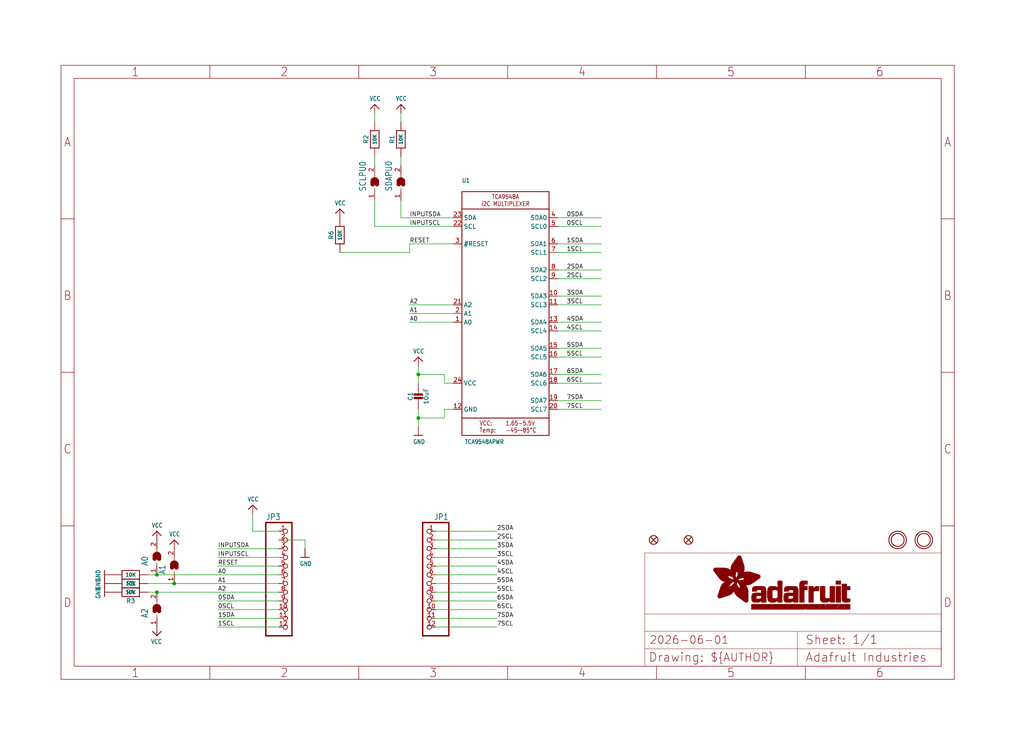
<source format=kicad_sch>
(kicad_sch (version 20230121) (generator eeschema)
  (paper "User" 298.45 217.322)
  (lib_symbols
    (symbol "working-eagle-import:CAP_CERAMIC0805-NOOUTLINE"
      (property "Reference" "C" (at -2.29 1.25 90))
      (symbol "CAP_CERAMIC0805-NOOUTLINE_1_0"
        (pin passive line (at 0 5.08 270) (length 2.54) (name "1") (number "1"))
        (pin passive line (at 0 -2.54 90) (length 2.54) (name "2") (number "2"))
      )
    )
    (symbol "working-eagle-import:FIDUCIAL{dblquote}{dblquote}")
    (symbol "working-eagle-import:FRAME_A4_ADAFRUIT"
      (symbol "FRAME_A4_ADAFRUIT_1_0"
        (text "${#}/${##}" (at 230.505 10.16 0) (effects (font (size 2.54 2.54)) (justify left bottom)))
        (text "${AUTHOR}" (at 189.23 5.08 0) (effects (font (size 2.286 2.286)) (justify left bottom)))
        (text "${CURRENT_DATE}" (at 171.45 10.16 0) (effects (font (size 2.286 2.286)) (justify left bottom)))
        (text "${PROJECTNAME}" (at 171.45 15.24 0) (effects (font (size 2.54 2.54)) (justify left bottom)))
        (text "1" (at 21.6958 1.905 0) (effects (font (size 2.54 2.286))))
        (text "1" (at 21.6958 177.165 0) (effects (font (size 2.54 2.286))))
        (text "2" (at 65.0875 1.905 0) (effects (font (size 2.54 2.286))))
        (text "2" (at 65.0875 177.165 0) (effects (font (size 2.54 2.286))))
        (text "3" (at 108.4792 1.905 0) (effects (font (size 2.54 2.286))))
        (text "3" (at 108.4792 177.165 0) (effects (font (size 2.54 2.286))))
        (text "4" (at 151.8708 1.905 0) (effects (font (size 2.54 2.286))))
        (text "4" (at 151.8708 177.165 0) (effects (font (size 2.54 2.286))))
        (text "5" (at 195.2625 1.905 0) (effects (font (size 2.54 2.286))))
        (text "5" (at 195.2625 177.165 0) (effects (font (size 2.54 2.286))))
        (text "6" (at 238.6542 1.905 0) (effects (font (size 2.54 2.286))))
        (text "6" (at 238.6542 177.165 0) (effects (font (size 2.54 2.286))))
        (text "A" (at 1.905 156.6863 0) (effects (font (size 2.54 2.286))))
        (text "A" (at 258.445 156.6863 0) (effects (font (size 2.54 2.286))))
        (text "Adafruit Industries" (at 216.916 4.953 0) (effects (font (size 2.54 2.54)) (justify left bottom)))
        (text "B" (at 1.905 111.9188 0) (effects (font (size 2.54 2.286))))
        (text "B" (at 258.445 111.9188 0) (effects (font (size 2.54 2.286))))
        (text "C" (at 1.905 67.1513 0) (effects (font (size 2.54 2.286))))
        (text "C" (at 258.445 67.1513 0) (effects (font (size 2.54 2.286))))
        (text "D" (at 1.905 22.3838 0) (effects (font (size 2.54 2.286))))
        (text "D" (at 258.445 22.3838 0) (effects (font (size 2.54 2.286))))
        (text "Drawing:" (at 171.196 4.953 0) (effects (font (size 2.54 2.54)) (justify left bottom)))
        (text "Sheet:" (at 216.916 10.033 0) (effects (font (size 2.54 2.54)) (justify left bottom)))
      )
    )
    (symbol "working-eagle-import:GND" (power)
      (property "Value" "GND" (at -1.524 -2.54 0))
      (symbol "GND_1_0"
        (pin power_in line (at 0 2.54 270) (length 2.54) (name "GND") (number "1"))
      )
    )
    (symbol "working-eagle-import:HEADER-1X12"
      (property "Reference" "JP" (at -6.35 18.415 0))
      (symbol "HEADER-1X12_1_0"
        (pin passive inverted (at -2.54 15.24 0) (length 2.54) (name "1") (number "1"))
        (pin passive inverted (at -2.54 -7.62 0) (length 2.54) (name "10") (number "10"))
        (pin passive inverted (at -2.54 -10.16 0) (length 2.54) (name "11") (number "11"))
        (pin passive inverted (at -2.54 -12.7 0) (length 2.54) (name "12") (number "12"))
        (pin passive inverted (at -2.54 12.7 0) (length 2.54) (name "2") (number "2"))
        (pin passive inverted (at -2.54 10.16 0) (length 2.54) (name "3") (number "3"))
        (pin passive inverted (at -2.54 7.62 0) (length 2.54) (name "4") (number "4"))
        (pin passive inverted (at -2.54 5.08 0) (length 2.54) (name "5") (number "5"))
        (pin passive inverted (at -2.54 2.54 0) (length 2.54) (name "6") (number "6"))
        (pin passive inverted (at -2.54 0 0) (length 2.54) (name "7") (number "7"))
        (pin passive inverted (at -2.54 -2.54 0) (length 2.54) (name "8") (number "8"))
        (pin passive inverted (at -2.54 -5.08 0) (length 2.54) (name "9") (number "9"))
      )
    )
    (symbol "working-eagle-import:MOUNTINGHOLE2.5")
    (symbol "working-eagle-import:RESISTOR0805_NOOUTLINE"
      (property "Reference" "R" (at 0 2.54 0))
      (symbol "RESISTOR0805_NOOUTLINE_1_0"
        (pin passive line (at -5.08 0 0) (length 2.54) (name "1") (number "1"))
        (pin passive line (at 5.08 0 180) (length 2.54) (name "2") (number "2"))
      )
    )
    (symbol "working-eagle-import:RESISTOR_0805MP"
      (property "Reference" "R" (at 0 2.54 0))
      (symbol "RESISTOR_0805MP_1_0"
        (pin passive line (at -5.08 0 0) (length 2.54) (name "1") (number "1"))
        (pin passive line (at 5.08 0 180) (length 2.54) (name "2") (number "2"))
      )
    )
    (symbol "working-eagle-import:SOLDERJUMPER"
      (property "Reference" "SJ" (at -2.54 2.54 0))
      (symbol "SOLDERJUMPER_1_0"
        (pin passive line (at -5.08 0 0) (length 2.54) (name "1") (number "1"))
        (pin passive line (at 5.08 0 180) (length 2.54) (name "2") (number "2"))
      )
    )
    (symbol "working-eagle-import:SOLDERJUMPERCLOSED"
      (property "Reference" "SJ" (at -2.54 2.54 0))
      (symbol "SOLDERJUMPERCLOSED_1_0"
        (pin passive line (at -5.08 0 0) (length 2.54) (name "1") (number "1"))
        (pin passive line (at 5.08 0 180) (length 2.54) (name "2") (number "2"))
      )
    )
    (symbol "working-eagle-import:TCA9548A"
      (property "Reference" "U" (at -12.7 38.1 0))
      (symbol "TCA9548A_1_0"
        (text "1.65-5.5V\n-45~~85°C" (at 0 -33.02 0) (effects (font (size 1.27 1.0795)) (justify left)))
        (text "TCA9548A\nI2C MULTIPLEXER" (at 0 33.02 0) (effects (font (size 1.27 1.0795))))
        (text "VCC:\nTemp:" (at -7.62 -33.02 0) (effects (font (size 1.27 1.0795)) (justify left)))
        (pin bidirectional line (at -15.24 -2.54 0) (length 2.54) (name "A0") (number "1"))
        (pin bidirectional line (at 15.24 5.08 180) (length 2.54) (name "SDA3") (number "10"))
        (pin bidirectional line (at 15.24 2.54 180) (length 2.54) (name "SCL3") (number "11"))
        (pin bidirectional line (at -15.24 -27.94 0) (length 2.54) (name "GND") (number "12"))
        (pin bidirectional line (at 15.24 -2.54 180) (length 2.54) (name "SDA4") (number "13"))
        (pin bidirectional line (at 15.24 -5.08 180) (length 2.54) (name "SCL4") (number "14"))
        (pin bidirectional line (at 15.24 -10.16 180) (length 2.54) (name "SDA5") (number "15"))
        (pin bidirectional line (at 15.24 -12.7 180) (length 2.54) (name "SCL5") (number "16"))
        (pin bidirectional line (at 15.24 -17.78 180) (length 2.54) (name "SDA6") (number "17"))
        (pin bidirectional line (at 15.24 -20.32 180) (length 2.54) (name "SCL6") (number "18"))
        (pin bidirectional line (at 15.24 -25.4 180) (length 2.54) (name "SDA7") (number "19"))
        (pin bidirectional line (at -15.24 0 0) (length 2.54) (name "A1") (number "2"))
        (pin bidirectional line (at 15.24 -27.94 180) (length 2.54) (name "SCL7") (number "20"))
        (pin bidirectional line (at -15.24 2.54 0) (length 2.54) (name "A2") (number "21"))
        (pin bidirectional line (at -15.24 25.4 0) (length 2.54) (name "SCL") (number "22"))
        (pin bidirectional line (at -15.24 27.94 0) (length 2.54) (name "SDA") (number "23"))
        (pin bidirectional line (at -15.24 -20.32 0) (length 2.54) (name "VCC") (number "24"))
        (pin bidirectional line (at -15.24 20.32 0) (length 2.54) (name "#RESET") (number "3"))
        (pin bidirectional line (at 15.24 27.94 180) (length 2.54) (name "SDA0") (number "4"))
        (pin bidirectional line (at 15.24 25.4 180) (length 2.54) (name "SCL0") (number "5"))
        (pin bidirectional line (at 15.24 20.32 180) (length 2.54) (name "SDA1") (number "6"))
        (pin bidirectional line (at 15.24 17.78 180) (length 2.54) (name "SCL1") (number "7"))
        (pin bidirectional line (at 15.24 12.7 180) (length 2.54) (name "SDA2") (number "8"))
        (pin bidirectional line (at 15.24 10.16 180) (length 2.54) (name "SCL2") (number "9"))
      )
    )
    (symbol "working-eagle-import:VCC" (power)
      (property "Value" "VCC" (at -1.524 1.016 0))
      (symbol "VCC_1_0"
        (pin power_in line (at 0 -2.54 90) (length 2.54) (name "VCC") (number "1"))
      )
    )
  )
  (junction (at 45.72 167.64))
  (junction (at 45.72 172.72))
  (junction (at 121.92 121.92))
  (junction (at 50.8 170.18))
  (junction (at 121.92 109.22))
  (wire (pts (xy 132.08 91.44) (xy 119.38 91.44)) (stroke (width 0.1524)))
  (wire (pts (xy 144.78 175.26) (xy 127 175.26)) (stroke (width 0.1524)))
  (wire (pts (xy 109.22 48.26) (xy 109.22 45.72)) (stroke (width 0.1524)))
  (wire (pts (xy 73.66 154.94) (xy 73.66 149.86)) (stroke (width 0.1524)))
  (wire (pts (xy 132.08 71.12) (xy 119.38 71.12)) (stroke (width 0.1524)))
  (wire (pts (xy 144.78 162.56) (xy 127 162.56)) (stroke (width 0.1524)))
  (wire (pts (xy 129.54 109.22) (xy 129.54 111.76)) (stroke (width 0.1524)))
  (wire (pts (xy 45.72 167.64) (xy 43.18 167.64)) (stroke (width 0.1524)))
  (wire (pts (xy 45.72 172.72) (xy 43.18 172.72)) (stroke (width 0.1524)))
  (wire (pts (xy 63.5 180.34) (xy 81.28 180.34)) (stroke (width 0.1524)))
  (wire (pts (xy 121.92 109.22) (xy 129.54 109.22)) (stroke (width 0.1524)))
  (wire (pts (xy 144.78 177.8) (xy 127 177.8)) (stroke (width 0.1524)))
  (wire (pts (xy 162.56 88.9) (xy 175.26 88.9)) (stroke (width 0.1524)))
  (wire (pts (xy 121.92 106.68) (xy 121.92 109.22)) (stroke (width 0.1524)))
  (wire (pts (xy 88.9 157.48) (xy 88.9 160.02)) (stroke (width 0.1524)))
  (wire (pts (xy 162.56 119.38) (xy 175.26 119.38)) (stroke (width 0.1524)))
  (wire (pts (xy 129.54 121.92) (xy 129.54 119.38)) (stroke (width 0.1524)))
  (wire (pts (xy 81.28 157.48) (xy 88.9 157.48)) (stroke (width 0.1524)))
  (wire (pts (xy 109.22 35.56) (xy 109.22 33.02)) (stroke (width 0.1524)))
  (wire (pts (xy 81.28 172.72) (xy 45.72 172.72)) (stroke (width 0.1524)))
  (wire (pts (xy 144.78 154.94) (xy 127 154.94)) (stroke (width 0.1524)))
  (wire (pts (xy 81.28 154.94) (xy 73.66 154.94)) (stroke (width 0.1524)))
  (wire (pts (xy 162.56 93.98) (xy 175.26 93.98)) (stroke (width 0.1524)))
  (wire (pts (xy 63.5 182.88) (xy 81.28 182.88)) (stroke (width 0.1524)))
  (wire (pts (xy 162.56 111.76) (xy 175.26 111.76)) (stroke (width 0.1524)))
  (wire (pts (xy 144.78 172.72) (xy 127 172.72)) (stroke (width 0.1524)))
  (wire (pts (xy 162.56 109.22) (xy 175.26 109.22)) (stroke (width 0.1524)))
  (wire (pts (xy 162.56 116.84) (xy 175.26 116.84)) (stroke (width 0.1524)))
  (wire (pts (xy 162.56 81.28) (xy 175.26 81.28)) (stroke (width 0.1524)))
  (wire (pts (xy 50.8 170.18) (xy 43.18 170.18)) (stroke (width 0.1524)))
  (wire (pts (xy 129.54 119.38) (xy 132.08 119.38)) (stroke (width 0.1524)))
  (wire (pts (xy 144.78 157.48) (xy 127 157.48)) (stroke (width 0.1524)))
  (wire (pts (xy 144.78 160.02) (xy 127 160.02)) (stroke (width 0.1524)))
  (wire (pts (xy 162.56 71.12) (xy 175.26 71.12)) (stroke (width 0.1524)))
  (wire (pts (xy 63.5 177.8) (xy 81.28 177.8)) (stroke (width 0.1524)))
  (wire (pts (xy 121.92 121.92) (xy 129.54 121.92)) (stroke (width 0.1524)))
  (wire (pts (xy 162.56 86.36) (xy 175.26 86.36)) (stroke (width 0.1524)))
  (wire (pts (xy 109.22 66.04) (xy 109.22 58.42)) (stroke (width 0.1524)))
  (wire (pts (xy 116.84 48.26) (xy 116.84 45.72)) (stroke (width 0.1524)))
  (wire (pts (xy 162.56 96.52) (xy 175.26 96.52)) (stroke (width 0.1524)))
  (wire (pts (xy 129.54 111.76) (xy 132.08 111.76)) (stroke (width 0.1524)))
  (wire (pts (xy 81.28 165.1) (xy 63.5 165.1)) (stroke (width 0.1524)))
  (wire (pts (xy 119.38 73.66) (xy 119.38 71.12)) (stroke (width 0.1524)))
  (wire (pts (xy 132.08 63.5) (xy 116.84 63.5)) (stroke (width 0.1524)))
  (wire (pts (xy 144.78 167.64) (xy 127 167.64)) (stroke (width 0.1524)))
  (wire (pts (xy 132.08 93.98) (xy 119.38 93.98)) (stroke (width 0.1524)))
  (wire (pts (xy 116.84 35.56) (xy 116.84 33.02)) (stroke (width 0.1524)))
  (wire (pts (xy 99.06 73.66) (xy 119.38 73.66)) (stroke (width 0.1524)))
  (wire (pts (xy 121.92 109.22) (xy 121.92 111.76)) (stroke (width 0.1524)))
  (wire (pts (xy 144.78 165.1) (xy 127 165.1)) (stroke (width 0.1524)))
  (wire (pts (xy 162.56 66.04) (xy 175.26 66.04)) (stroke (width 0.1524)))
  (wire (pts (xy 144.78 180.34) (xy 127 180.34)) (stroke (width 0.1524)))
  (wire (pts (xy 162.56 78.74) (xy 175.26 78.74)) (stroke (width 0.1524)))
  (wire (pts (xy 132.08 66.04) (xy 109.22 66.04)) (stroke (width 0.1524)))
  (wire (pts (xy 162.56 73.66) (xy 175.26 73.66)) (stroke (width 0.1524)))
  (wire (pts (xy 162.56 101.6) (xy 175.26 101.6)) (stroke (width 0.1524)))
  (wire (pts (xy 63.5 175.26) (xy 81.28 175.26)) (stroke (width 0.1524)))
  (wire (pts (xy 116.84 63.5) (xy 116.84 58.42)) (stroke (width 0.1524)))
  (wire (pts (xy 81.28 170.18) (xy 50.8 170.18)) (stroke (width 0.1524)))
  (wire (pts (xy 144.78 182.88) (xy 127 182.88)) (stroke (width 0.1524)))
  (wire (pts (xy 162.56 104.14) (xy 175.26 104.14)) (stroke (width 0.1524)))
  (wire (pts (xy 81.28 160.02) (xy 63.5 160.02)) (stroke (width 0.1524)))
  (wire (pts (xy 144.78 170.18) (xy 127 170.18)) (stroke (width 0.1524)))
  (wire (pts (xy 81.28 162.56) (xy 63.5 162.56)) (stroke (width 0.1524)))
  (wire (pts (xy 81.28 167.64) (xy 45.72 167.64)) (stroke (width 0.1524)))
  (wire (pts (xy 162.56 63.5) (xy 175.26 63.5)) (stroke (width 0.1524)))
  (wire (pts (xy 121.92 124.46) (xy 121.92 121.92)) (stroke (width 0.1524)))
  (wire (pts (xy 121.92 121.92) (xy 121.92 119.38)) (stroke (width 0.1524)))
  (wire (pts (xy 132.08 88.9) (xy 119.38 88.9)) (stroke (width 0.1524)))
  (label "3SCL" (at 144.78 162.56 0) (effects (font (size 1.2446 1.2446))))
  (label "7SCL" (at 165.1 119.38 0) (effects (font (size 1.2446 1.2446))))
  (label "0SDA" (at 63.5 175.26 0) (effects (font (size 1.2446 1.2446))))
  (label "4SCL" (at 144.78 167.64 0) (effects (font (size 1.2446 1.2446))))
  (label "INPUTSDA" (at 63.5 160.02 0) (effects (font (size 1.2446 1.2446))))
  (label "INPUTSDA" (at 119.38 63.5 0) (effects (font (size 1.2446 1.2446))))
  (label "6SDA" (at 165.1 109.22 0) (effects (font (size 1.2446 1.2446))))
  (label "3SDA" (at 144.78 160.02 0) (effects (font (size 1.2446 1.2446))))
  (label "1SCL" (at 165.1 73.66 0) (effects (font (size 1.2446 1.2446))))
  (label "2SCL" (at 165.1 81.28 0) (effects (font (size 1.2446 1.2446))))
  (label "0SCL" (at 63.5 177.8 0) (effects (font (size 1.2446 1.2446))))
  (label "A0" (at 119.38 93.98 0) (effects (font (size 1.2446 1.2446))))
  (label "4SCL" (at 165.1 96.52 0) (effects (font (size 1.2446 1.2446))))
  (label "2SDA" (at 165.1 78.74 0) (effects (font (size 1.2446 1.2446))))
  (label "3SCL" (at 165.1 88.9 0) (effects (font (size 1.2446 1.2446))))
  (label "INPUTSCL" (at 63.5 162.56 0) (effects (font (size 1.2446 1.2446))))
  (label "7SDA" (at 144.78 180.34 0) (effects (font (size 1.2446 1.2446))))
  (label "1SDA" (at 63.5 180.34 0) (effects (font (size 1.2446 1.2446))))
  (label "6SDA" (at 144.78 175.26 0) (effects (font (size 1.2446 1.2446))))
  (label "2SCL" (at 144.78 157.48 0) (effects (font (size 1.2446 1.2446))))
  (label "RESET" (at 119.38 71.12 0) (effects (font (size 1.2446 1.2446))))
  (label "A0" (at 63.5 167.64 0) (effects (font (size 1.2446 1.2446))))
  (label "7SCL" (at 144.78 182.88 0) (effects (font (size 1.2446 1.2446))))
  (label "A1" (at 63.5 170.18 0) (effects (font (size 1.2446 1.2446))))
  (label "5SDA" (at 165.1 101.6 0) (effects (font (size 1.2446 1.2446))))
  (label "A2" (at 119.38 88.9 0) (effects (font (size 1.2446 1.2446))))
  (label "A2" (at 63.5 172.72 0) (effects (font (size 1.2446 1.2446))))
  (label "RESET" (at 63.5 165.1 0) (effects (font (size 1.2446 1.2446))))
  (label "3SDA" (at 165.1 86.36 0) (effects (font (size 1.2446 1.2446))))
  (label "6SCL" (at 165.1 111.76 0) (effects (font (size 1.2446 1.2446))))
  (label "5SDA" (at 144.78 170.18 0) (effects (font (size 1.2446 1.2446))))
  (label "2SDA" (at 144.78 154.94 0) (effects (font (size 1.2446 1.2446))))
  (label "4SDA" (at 165.1 93.98 0) (effects (font (size 1.2446 1.2446))))
  (label "0SCL" (at 165.1 66.04 0) (effects (font (size 1.2446 1.2446))))
  (label "INPUTSCL" (at 119.38 66.04 0) (effects (font (size 1.2446 1.2446))))
  (label "6SCL" (at 144.78 177.8 0) (effects (font (size 1.2446 1.2446))))
  (label "5SCL" (at 165.1 104.14 0) (effects (font (size 1.2446 1.2446))))
  (label "4SDA" (at 144.78 165.1 0) (effects (font (size 1.2446 1.2446))))
  (label "1SDA" (at 165.1 71.12 0) (effects (font (size 1.2446 1.2446))))
  (label "1SCL" (at 63.5 182.88 0) (effects (font (size 1.2446 1.2446))))
  (label "0SDA" (at 165.1 63.5 0) (effects (font (size 1.2446 1.2446))))
  (label "5SCL" (at 144.78 172.72 0) (effects (font (size 1.2446 1.2446))))
  (label "A1" (at 119.38 91.44 0) (effects (font (size 1.2446 1.2446))))
  (label "7SDA" (at 165.1 116.84 0) (effects (font (size 1.2446 1.2446))))
  (symbol (lib_id "working-eagle-import:HEADER-1X12") (at 83.82 170.18 0) (unit 1)
    (property "Reference" "JP3" (at 77.47 151.765 0) (effects (font (size 1.778 1.5113)) (justify left bottom)))
    (property "Value" "HEADER-1X12" (effects hide))
    (property "Footprint" "working:1X12_ROUND" (effects hide))
  )
  (symbol (lib_id "working-eagle-import:RESISTOR0805_NOOUTLINE") (at 116.84 40.64 90) (unit 1)
    (property "Reference" "R1" (at 114.3 40.64 0))
    (property "Value" "10K" (at 116.84 40.64 0) (effects (font (size 1.016 1.016) bold)))
    (property "Footprint" "working:0805-NO" (effects hide))
  )
  (symbol (lib_id "working-eagle-import:MOUNTINGHOLE2.5") (at 261.62 157.48 0) (unit 1)
    (property "Reference" "U$5" (effects hide))
    (property "Value" "MOUNTINGHOLE2.5" (effects hide))
    (property "Footprint" "working:MOUNTINGHOLE_2.5_PLATED" (effects hide))
  )
  (symbol (lib_id "working-eagle-import:SOLDERJUMPER") (at 45.72 177.8 90) (unit 1)
    (property "Reference" "A2" (at 43.18 180.34 0) (effects (font (size 1.778 1.5113)) (justify left bottom)))
    (property "Value" "SOLDERJUMPER" (effects hide))
    (property "Footprint" "working:SOLDERJUMPER_ARROW_NOPASTE" (effects hide))
  )
  (symbol (lib_id "working-eagle-import:RESISTOR0805_NOOUTLINE") (at 38.1 170.18 180) (unit 1)
    (property "Reference" "R4" (at 38.1 172.72 0))
    (property "Value" "10K" (at 38.1 170.18 0) (effects (font (size 1.016 1.016) bold)))
    (property "Footprint" "working:0805-NO" (effects hide))
  )
  (symbol (lib_id "working-eagle-import:SOLDERJUMPERCLOSED") (at 116.84 53.34 90) (unit 1)
    (property "Reference" "SDAPU0" (at 114.3 55.88 0) (effects (font (size 1.778 1.5113)) (justify left bottom)))
    (property "Value" "SOLDERJUMPERCLOSED" (effects hide))
    (property "Footprint" "working:SOLDERJUMPER_CLOSEDWIRE" (effects hide))
  )
  (symbol (lib_id "working-eagle-import:GND") (at 121.92 127 0) (unit 1)
    (property "Reference" "#U$2" (effects hide))
    (property "Value" "GND" (at 120.396 129.54 0) (effects (font (size 1.27 1.0795)) (justify left bottom)))
  )
  (symbol (lib_id "working-eagle-import:GND") (at 30.48 172.72 270) (unit 1)
    (property "Reference" "#U$10" (effects hide))
    (property "Value" "GND" (at 27.94 171.196 0) (effects (font (size 1.27 1.0795)) (justify left bottom)))
  )
  (symbol (lib_id "working-eagle-import:VCC") (at 73.66 147.32 0) (unit 1)
    (property "Reference" "#P+4" (effects hide))
    (property "Value" "VCC" (at 72.136 146.304 0) (effects (font (size 1.27 1.0795)) (justify left bottom)))
  )
  (symbol (lib_id "working-eagle-import:VCC") (at 109.22 30.48 0) (unit 1)
    (property "Reference" "#P+1" (effects hide))
    (property "Value" "VCC" (at 107.696 29.464 0) (effects (font (size 1.27 1.0795)) (justify left bottom)))
  )
  (symbol (lib_id "working-eagle-import:VCC") (at 45.72 185.42 180) (unit 1)
    (property "Reference" "#P+7" (effects hide))
    (property "Value" "VCC" (at 47.244 186.436 0) (effects (font (size 1.27 1.0795)) (justify left bottom)))
  )
  (symbol (lib_id "working-eagle-import:VCC") (at 116.84 30.48 0) (unit 1)
    (property "Reference" "#P+2" (effects hide))
    (property "Value" "VCC" (at 115.316 29.464 0) (effects (font (size 1.27 1.0795)) (justify left bottom)))
  )
  (symbol (lib_id "working-eagle-import:SOLDERJUMPER") (at 45.72 162.56 90) (unit 1)
    (property "Reference" "A0" (at 43.18 165.1 0) (effects (font (size 1.778 1.5113)) (justify left bottom)))
    (property "Value" "SOLDERJUMPER" (effects hide))
    (property "Footprint" "working:SOLDERJUMPER_ARROW_NOPASTE" (effects hide))
  )
  (symbol (lib_id "working-eagle-import:SOLDERJUMPERCLOSED") (at 109.22 53.34 90) (unit 1)
    (property "Reference" "SCLPU0" (at 106.68 55.88 0) (effects (font (size 1.778 1.5113)) (justify left bottom)))
    (property "Value" "SOLDERJUMPERCLOSED" (effects hide))
    (property "Footprint" "working:SOLDERJUMPER_CLOSEDWIRE" (effects hide))
  )
  (symbol (lib_id "working-eagle-import:GND") (at 88.9 162.56 0) (unit 1)
    (property "Reference" "#U$3" (effects hide))
    (property "Value" "GND" (at 87.376 165.1 0) (effects (font (size 1.27 1.0795)) (justify left bottom)))
  )
  (symbol (lib_id "working-eagle-import:TCA9548A") (at 147.32 91.44 0) (unit 1)
    (property "Reference" "U1" (at 134.62 53.34 0) (effects (font (size 1.27 1.0795)) (justify left bottom)))
    (property "Value" " TCA9548APWR" (at 134.62 129.54 0) (effects (font (size 1.27 1.0795)) (justify left bottom)))
    (property "Footprint" "working:TSSOP24" (effects hide))
  )
  (symbol (lib_id "working-eagle-import:GND") (at 30.48 167.64 270) (unit 1)
    (property "Reference" "#U$8" (effects hide))
    (property "Value" "GND" (at 27.94 166.116 0) (effects (font (size 1.27 1.0795)) (justify left bottom)))
  )
  (symbol (lib_id "working-eagle-import:SOLDERJUMPER") (at 50.8 165.1 90) (unit 1)
    (property "Reference" "A1" (at 48.26 167.64 0) (effects (font (size 1.778 1.5113)) (justify left bottom)))
    (property "Value" "SOLDERJUMPER" (effects hide))
    (property "Footprint" "working:SOLDERJUMPER_ARROW_NOPASTE" (effects hide))
  )
  (symbol (lib_id "working-eagle-import:HEADER-1X12") (at 124.46 170.18 0) (mirror y) (unit 1)
    (property "Reference" "JP1" (at 130.81 151.765 0) (effects (font (size 1.778 1.5113)) (justify left bottom)))
    (property "Value" "HEADER-1X12" (effects hide))
    (property "Footprint" "working:1X12_ROUND" (effects hide))
  )
  (symbol (lib_id "working-eagle-import:VCC") (at 121.92 104.14 0) (unit 1)
    (property "Reference" "#P+3" (effects hide))
    (property "Value" "VCC" (at 120.396 103.124 0) (effects (font (size 1.27 1.0795)) (justify left bottom)))
  )
  (symbol (lib_id "working-eagle-import:VCC") (at 45.72 154.94 0) (unit 1)
    (property "Reference" "#P+5" (effects hide))
    (property "Value" "VCC" (at 44.196 153.924 0) (effects (font (size 1.27 1.0795)) (justify left bottom)))
  )
  (symbol (lib_id "working-eagle-import:RESISTOR0805_NOOUTLINE") (at 38.1 172.72 180) (unit 1)
    (property "Reference" "R3" (at 38.1 175.26 0))
    (property "Value" "10K" (at 38.1 172.72 0) (effects (font (size 1.016 1.016) bold)))
    (property "Footprint" "working:0805-NO" (effects hide))
  )
  (symbol (lib_id "working-eagle-import:CAP_CERAMIC0805-NOOUTLINE") (at 121.92 116.84 0) (unit 1)
    (property "Reference" "C1" (at 119.63 115.59 90))
    (property "Value" "10uF" (at 124.22 115.59 90))
    (property "Footprint" "working:0805-NO" (effects hide))
  )
  (symbol (lib_id "working-eagle-import:VCC") (at 50.8 157.48 0) (unit 1)
    (property "Reference" "#P+6" (effects hide))
    (property "Value" "VCC" (at 49.276 156.464 0) (effects (font (size 1.27 1.0795)) (justify left bottom)))
  )
  (symbol (lib_id "working-eagle-import:RESISTOR_0805MP") (at 99.06 68.58 90) (unit 1)
    (property "Reference" "R6" (at 96.52 68.58 0))
    (property "Value" "10K" (at 99.06 68.58 0) (effects (font (size 1.016 1.016) bold)))
    (property "Footprint" "working:_0805MP" (effects hide))
  )
  (symbol (lib_id "working-eagle-import:MOUNTINGHOLE2.5") (at 269.24 157.48 0) (unit 1)
    (property "Reference" "U$4" (effects hide))
    (property "Value" "MOUNTINGHOLE2.5" (effects hide))
    (property "Footprint" "working:MOUNTINGHOLE_2.5_PLATED" (effects hide))
  )
  (symbol (lib_id "working-eagle-import:FRAME_A4_ADAFRUIT") (at 17.78 198.12 0) (unit 1)
    (property "Reference" "#U$1" (effects hide))
    (property "Value" "FRAME_A4_ADAFRUIT" (effects hide))
  )
  (symbol (lib_id "working-eagle-import:VCC") (at 99.06 60.96 0) (unit 1)
    (property "Reference" "#P+8" (effects hide))
    (property "Value" "VCC" (at 97.536 59.944 0) (effects (font (size 1.27 1.0795)) (justify left bottom)))
  )
  (symbol (lib_id "working-eagle-import:RESISTOR0805_NOOUTLINE") (at 38.1 167.64 180) (unit 1)
    (property "Reference" "R5" (at 38.1 170.18 0))
    (property "Value" "10K" (at 38.1 167.64 0) (effects (font (size 1.016 1.016) bold)))
    (property "Footprint" "working:0805-NO" (effects hide))
  )
  (symbol (lib_id "working-eagle-import:FIDUCIAL{dblquote}{dblquote}") (at 190.5 157.48 0) (unit 1)
    (property "Reference" "FID1" (effects hide))
    (property "Value" "FIDUCIAL{dblquote}{dblquote}" (effects hide))
    (property "Footprint" "working:FIDUCIAL_1MM" (effects hide))
  )
  (symbol (lib_id "working-eagle-import:FIDUCIAL{dblquote}{dblquote}") (at 200.66 157.48 0) (unit 1)
    (property "Reference" "FID3" (effects hide))
    (property "Value" "FIDUCIAL{dblquote}{dblquote}" (effects hide))
    (property "Footprint" "working:FIDUCIAL_1MM" (effects hide))
  )
  (symbol (lib_id "working-eagle-import:RESISTOR0805_NOOUTLINE") (at 109.22 40.64 90) (unit 1)
    (property "Reference" "R2" (at 106.68 40.64 0))
    (property "Value" "10K" (at 109.22 40.64 0) (effects (font (size 1.016 1.016) bold)))
    (property "Footprint" "working:0805-NO" (effects hide))
  )
  (symbol (lib_id "working-eagle-import:GND") (at 30.48 170.18 270) (unit 1)
    (property "Reference" "#U$9" (effects hide))
    (property "Value" "GND" (at 27.94 168.656 0) (effects (font (size 1.27 1.0795)) (justify left bottom)))
  )
)
</source>
